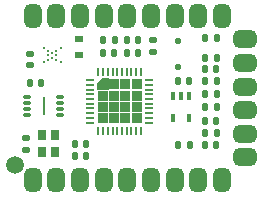
<source format=gbr>
%TF.GenerationSoftware,KiCad,Pcbnew,8.0.0-rc2-74-g5f063dd458*%
%TF.CreationDate,2024-01-29T02:33:14+02:00*%
%TF.ProjectId,SamoMCU,53616d6f-4d43-4552-9e6b-696361645f70,rev?*%
%TF.SameCoordinates,Original*%
%TF.FileFunction,Soldermask,Top*%
%TF.FilePolarity,Negative*%
%FSLAX46Y46*%
G04 Gerber Fmt 4.6, Leading zero omitted, Abs format (unit mm)*
G04 Created by KiCad (PCBNEW 8.0.0-rc2-74-g5f063dd458) date 2024-01-29 02:33:14*
%MOMM*%
%LPD*%
G01*
G04 APERTURE LIST*
G04 Aperture macros list*
%AMRoundRect*
0 Rectangle with rounded corners*
0 $1 Rounding radius*
0 $2 $3 $4 $5 $6 $7 $8 $9 X,Y pos of 4 corners*
0 Add a 4 corners polygon primitive as box body*
4,1,4,$2,$3,$4,$5,$6,$7,$8,$9,$2,$3,0*
0 Add four circle primitives for the rounded corners*
1,1,$1+$1,$2,$3*
1,1,$1+$1,$4,$5*
1,1,$1+$1,$6,$7*
1,1,$1+$1,$8,$9*
0 Add four rect primitives between the rounded corners*
20,1,$1+$1,$2,$3,$4,$5,0*
20,1,$1+$1,$4,$5,$6,$7,0*
20,1,$1+$1,$6,$7,$8,$9,0*
20,1,$1+$1,$8,$9,$2,$3,0*%
%AMOutline5P*
0 Free polygon, 5 corners , with rotation*
0 The origin of the aperture is its center*
0 number of corners: always 5*
0 $1 to $10 corner X, Y*
0 $11 Rotation angle, in degrees counterclockwise*
0 create outline with 5 corners*
4,1,5,$1,$2,$3,$4,$5,$6,$7,$8,$9,$10,$1,$2,$11*%
%AMOutline6P*
0 Free polygon, 6 corners , with rotation*
0 The origin of the aperture is its center*
0 number of corners: always 6*
0 $1 to $12 corner X, Y*
0 $13 Rotation angle, in degrees counterclockwise*
0 create outline with 6 corners*
4,1,6,$1,$2,$3,$4,$5,$6,$7,$8,$9,$10,$11,$12,$1,$2,$13*%
%AMOutline7P*
0 Free polygon, 7 corners , with rotation*
0 The origin of the aperture is its center*
0 number of corners: always 7*
0 $1 to $14 corner X, Y*
0 $15 Rotation angle, in degrees counterclockwise*
0 create outline with 7 corners*
4,1,7,$1,$2,$3,$4,$5,$6,$7,$8,$9,$10,$11,$12,$13,$14,$1,$2,$15*%
%AMOutline8P*
0 Free polygon, 8 corners , with rotation*
0 The origin of the aperture is its center*
0 number of corners: always 8*
0 $1 to $16 corner X, Y*
0 $17 Rotation angle, in degrees counterclockwise*
0 create outline with 8 corners*
4,1,8,$1,$2,$3,$4,$5,$6,$7,$8,$9,$10,$11,$12,$13,$14,$15,$16,$1,$2,$17*%
G04 Aperture macros list end*
%ADD10RoundRect,0.140000X0.140000X0.170000X-0.140000X0.170000X-0.140000X-0.170000X0.140000X-0.170000X0*%
%ADD11RoundRect,0.500000X-0.500000X-0.250000X0.500000X-0.250000X0.500000X0.250000X-0.500000X0.250000X0*%
%ADD12RoundRect,0.500000X-0.250000X0.500000X-0.250000X-0.500000X0.250000X-0.500000X0.250000X0.500000X0*%
%ADD13RoundRect,0.500000X0.250000X-0.500000X0.250000X0.500000X-0.250000X0.500000X-0.250000X-0.500000X0*%
%ADD14RoundRect,0.135000X-0.135000X-0.185000X0.135000X-0.185000X0.135000X0.185000X-0.135000X0.185000X0*%
%ADD15RoundRect,0.135000X0.135000X0.185000X-0.135000X0.185000X-0.135000X-0.185000X0.135000X-0.185000X0*%
%ADD16R,0.740000X0.200000*%
%ADD17R,0.200000X0.740000*%
%ADD18Outline5P,-0.481250X0.096250X-0.096250X0.481250X0.481250X0.481250X0.481250X-0.481250X-0.481250X-0.481250X0.000000*%
%ADD19R,0.962500X0.962500*%
%ADD20RoundRect,0.140000X-0.170000X0.140000X-0.170000X-0.140000X0.170000X-0.140000X0.170000X0.140000X0*%
%ADD21R,0.400000X0.650000*%
%ADD22RoundRect,0.140000X-0.140000X-0.170000X0.140000X-0.170000X0.140000X0.170000X-0.140000X0.170000X0*%
%ADD23C,0.200000*%
%ADD24RoundRect,0.147500X-0.147500X-0.172500X0.147500X-0.172500X0.147500X0.172500X-0.147500X0.172500X0*%
%ADD25RoundRect,0.135000X0.185000X-0.135000X0.185000X0.135000X-0.185000X0.135000X-0.185000X-0.135000X0*%
%ADD26C,1.500000*%
%ADD27RoundRect,0.087500X-0.237500X-0.087500X0.237500X-0.087500X0.237500X0.087500X-0.237500X0.087500X0*%
%ADD28R,0.200000X1.600000*%
%ADD29R,0.700000X0.600000*%
%ADD30RoundRect,0.125000X0.125000X-0.125000X0.125000X0.125000X-0.125000X0.125000X-0.125000X-0.125000X0*%
%ADD31R,0.800000X0.900000*%
G04 APERTURE END LIST*
D10*
%TO.C,C5*%
X169230000Y-42600000D03*
X168270000Y-42600000D03*
%TD*%
D11*
%TO.C,SWDIO1*%
X180250000Y-50550000D03*
%TD*%
D12*
%TO.C,AXAK1*%
X172300000Y-54500000D03*
%TD*%
D13*
%TO.C,KUYARAAK1*%
X174300000Y-40600000D03*
%TD*%
D10*
%TO.C,C4*%
X166830000Y-52390000D03*
X165870000Y-52390000D03*
%TD*%
D12*
%TO.C,BUSY1*%
X168300000Y-54500000D03*
%TD*%
D14*
%TO.C,R3*%
X176840000Y-44100000D03*
X177860000Y-44100000D03*
%TD*%
D15*
%TO.C,R6*%
X177860000Y-48300000D03*
X176840000Y-48300000D03*
%TD*%
D16*
%TO.C,U3*%
X167150000Y-46000000D03*
X167150000Y-46400000D03*
X167150000Y-46800000D03*
X167150000Y-47200000D03*
X167150000Y-47600000D03*
X167150000Y-48000000D03*
X167150000Y-48400000D03*
X167150000Y-48800000D03*
X167150000Y-49200000D03*
X167150000Y-49600000D03*
D17*
X167850000Y-50300000D03*
X168250000Y-50300000D03*
X168650000Y-50300000D03*
X169050000Y-50300000D03*
X169450000Y-50300000D03*
X169850000Y-50300000D03*
X170250000Y-50300000D03*
X170650000Y-50300000D03*
X171050000Y-50300000D03*
X171450000Y-50300000D03*
D16*
X172150000Y-49600000D03*
X172150000Y-49200000D03*
X172150000Y-48800000D03*
X172150000Y-48400000D03*
X172150000Y-48000000D03*
X172150000Y-47600000D03*
X172150000Y-47200000D03*
X172150000Y-46800000D03*
X172150000Y-46400000D03*
X172150000Y-46000000D03*
D17*
X171450000Y-45300000D03*
X171050000Y-45300000D03*
X170650000Y-45300000D03*
X170250000Y-45300000D03*
X169850000Y-45300000D03*
X169450000Y-45300000D03*
X169050000Y-45300000D03*
X168650000Y-45300000D03*
X168250000Y-45300000D03*
X167850000Y-45300000D03*
D18*
X168206250Y-46356250D03*
D19*
X168206250Y-47318750D03*
X168206250Y-48281250D03*
X168206250Y-49243750D03*
X169168750Y-46356250D03*
X169168750Y-47318750D03*
X169168750Y-48281250D03*
X169168750Y-49243750D03*
X170131250Y-46356250D03*
X170131250Y-47318750D03*
X170131250Y-48281250D03*
X170131250Y-49243750D03*
X171093750Y-46356250D03*
X171093750Y-47318750D03*
X171093750Y-48281250D03*
X171093750Y-49243750D03*
%TD*%
D12*
%TO.C,V_CHK1*%
X178300000Y-54500000D03*
%TD*%
D10*
%TO.C,C1*%
X163020000Y-46280000D03*
X162060000Y-46280000D03*
%TD*%
%TO.C,C3*%
X171230000Y-43700000D03*
X170270000Y-43700000D03*
%TD*%
D20*
%TO.C,C8*%
X172450000Y-42620000D03*
X172450000Y-43580000D03*
%TD*%
D21*
%TO.C,U4*%
X175500000Y-47350000D03*
X174850000Y-47350000D03*
X174200000Y-47350000D03*
X174200000Y-49250000D03*
X175500000Y-49250000D03*
%TD*%
D13*
%TO.C,VCC1*%
X170300000Y-40600000D03*
%TD*%
D11*
%TO.C,SWDCK1*%
X180250000Y-52550000D03*
%TD*%
D14*
%TO.C,R5*%
X176840000Y-46100000D03*
X177860000Y-46100000D03*
%TD*%
D12*
%TO.C,RX1*%
X166300000Y-54500000D03*
%TD*%
D22*
%TO.C,C10*%
X176850000Y-45100000D03*
X177810000Y-45100000D03*
%TD*%
D23*
%TO.C,U2*%
X163250000Y-43300000D03*
X164650000Y-43300000D03*
X163600000Y-43500000D03*
X164300000Y-43500000D03*
X163950000Y-43700000D03*
X163600000Y-43900000D03*
X164300000Y-43900000D03*
X163950000Y-44100000D03*
X163600000Y-44300000D03*
X164300000Y-44300000D03*
X163250000Y-44500000D03*
X164650000Y-44500000D03*
%TD*%
D11*
%TO.C,SDA1*%
X180250000Y-44550000D03*
%TD*%
D13*
%TO.C,D/C1*%
X168300000Y-40600000D03*
%TD*%
%TO.C,RES2*%
X178300000Y-40600000D03*
%TD*%
%TO.C,SCK1*%
X162300000Y-40600000D03*
%TD*%
D10*
%TO.C,C6*%
X169210000Y-43700000D03*
X168250000Y-43700000D03*
%TD*%
D24*
%TO.C,FB1*%
X174615000Y-51500000D03*
X175585000Y-51500000D03*
%TD*%
D12*
%TO.C,INT1*%
X174300000Y-54500000D03*
%TD*%
D13*
%TO.C,MOSI1*%
X164300000Y-40600000D03*
%TD*%
D25*
%TO.C,R1*%
X161680000Y-51900000D03*
X161680000Y-50880000D03*
%TD*%
D26*
%TO.C,FID1*%
X160800000Y-53200000D03*
%TD*%
D15*
%TO.C,R2*%
X177860000Y-42460000D03*
X176840000Y-42460000D03*
%TD*%
D27*
%TO.C,U1*%
X161830000Y-47430000D03*
X161830000Y-47930000D03*
X161830000Y-48430000D03*
X161830000Y-48930000D03*
X164630000Y-48930000D03*
X164630000Y-48430000D03*
X164630000Y-47930000D03*
X164630000Y-47430000D03*
D28*
X163230000Y-48180000D03*
%TD*%
D12*
%TO.C,TX1*%
X164300000Y-54500000D03*
%TD*%
D20*
%TO.C,C2*%
X162100000Y-43770000D03*
X162100000Y-44730000D03*
%TD*%
D29*
%TO.C,Y1*%
X166250000Y-42500000D03*
X166250000Y-43900000D03*
%TD*%
D12*
%TO.C,PIITH1*%
X170300000Y-54500000D03*
%TD*%
%TO.C,RES1*%
X162300000Y-54500000D03*
%TD*%
%TO.C,YIHTA1*%
X176300000Y-54500000D03*
%TD*%
D22*
%TO.C,C13*%
X176870000Y-49500000D03*
X177830000Y-49500000D03*
%TD*%
D10*
%TO.C,C9*%
X166830000Y-51400000D03*
X165870000Y-51400000D03*
%TD*%
%TO.C,C12*%
X177830000Y-51500000D03*
X176870000Y-51500000D03*
%TD*%
D13*
%TO.C,RES_TC1*%
X176300000Y-40600000D03*
%TD*%
D10*
%TO.C,C11*%
X175530000Y-46100000D03*
X174570000Y-46100000D03*
%TD*%
D30*
%TO.C,D1*%
X174550000Y-44900000D03*
X174550000Y-42700000D03*
%TD*%
D13*
%TO.C,GND1*%
X172300000Y-40600000D03*
%TD*%
D11*
%TO.C,MCU_OK1*%
X180250000Y-48550000D03*
%TD*%
D13*
%TO.C,CS1*%
X166300000Y-40600000D03*
%TD*%
D15*
%TO.C,R4*%
X177870000Y-47200000D03*
X176850000Y-47200000D03*
%TD*%
D31*
%TO.C,Y2*%
X164147500Y-52062500D03*
X164147500Y-50662500D03*
X163047500Y-50662500D03*
X163047500Y-52062500D03*
%TD*%
D11*
%TO.C,DATA1*%
X180250000Y-42550000D03*
%TD*%
D14*
%TO.C,R7*%
X176840000Y-50500000D03*
X177860000Y-50500000D03*
%TD*%
D11*
%TO.C,SCL1*%
X180250000Y-46550000D03*
%TD*%
D22*
%TO.C,C7*%
X170270000Y-42600000D03*
X171230000Y-42600000D03*
%TD*%
M02*

</source>
